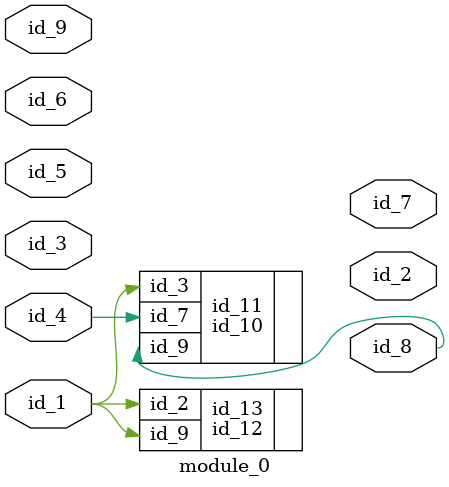
<source format=v>
module module_0 (
    id_1,
    id_2,
    id_3,
    id_4,
    id_5,
    id_6,
    id_7,
    id_8,
    id_9
);
  input id_9;
  output id_8;
  output id_7;
  input id_6;
  input id_5;
  input id_4;
  input id_3;
  output id_2;
  input id_1;
  id_10 id_11 (
      .id_9(id_8),
      .id_3(id_1),
      .id_7(id_4)
  );
  id_12 id_13 (
      .id_2(id_1),
      .id_9(id_1)
  );
endmodule

</source>
